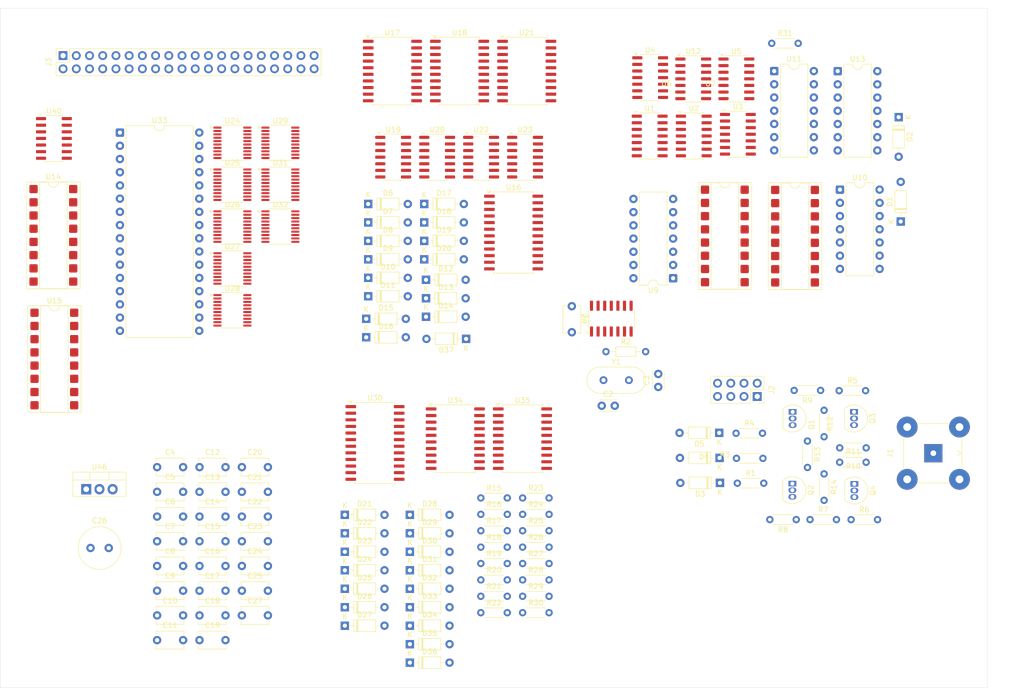
<source format=kicad_pcb>
(kicad_pcb (version 20241229) (generator "pcbnew") (generator_version "9.0")
  (layers (0 "F.Cu" signal) (2 "B.Cu" signal) (13 "F.Paste" user) (15 "B.Paste" user) (5 "F.SilkS" user "F.Silkscreen") (7 "B.SilkS" user "B.Silkscreen") (1 "F.Mask" user) (3 "B.Mask" user) (25 "Edge.Cuts" user))
  (net 0 "")
  (net 1 "GND")
  (net 2 "Net-(C2-Pad1)")
  (net 3 "Net-(C3-Pad1)")
  (net 4 "Net-(R2-Pad1)")
  (net 5 "14mhz_CLK0")
  (net 7 "Net-(U1A-D)")
  (net 8 "bus_writeflag_9thbit")
  (net 9 "Net-(U1A-~{R})")
  (net 10 "readwrite_toggle_flag")
  (net 11 "colorburst_ref_colorwhite")
  (net 12 "Net-(U1B-C)")
  (net 13 "7.1mhz_CLK1")
  (net 14 "Net-(U1B-D)")
  (net 15 "CDL_output_enable")
  (net 16 "_HRESET")
  (net 17 "Net-(U2A-~{R})")
  (net 18 "VRESET")
  (net 19 "Net-(U2B-D)")
  (net 20 "HRESET")
  (net 21 "Net-(D6-A)")
  (net 22 "Net-(U2A-D)")
  (net 23 "HSYNCA")
  (net 24 "_HSYNCB")
  (net 25 "HSYNCB")
  (net 26 "Net-(U3B-C)")
  (net 27 "Net-(D7-A)")
  (net 28 "_HSYNCA")
  (net 29 "Net-(U3A-C)")
  (net 30 "colorburst_delayline")
  (net 31 "_PIXELDRAWEN")
  (net 32 "Net-(U4A-C)")
  (net 33 "V16")
  (net 34 "_VBLANK")
  (net 35 "_VRESET")
  (net 36 "Net-(D8-A)")
  (net 37 "PIXELDRAWEN")
  (net 38 "VBLANK")
  (net 39 "Net-(U5A-C)")
  (net 40 "Net-(D9-A)")
  (net 41 "_CB_DISABLE")
  (net 42 "_CB_ENABLE")
  (net 43 "Net-(U5B-C)")
  (net 44 "CB_DISABLE")
  (net 45 "CB_ENABLE")
  (net 46 "128H")
  (net 48 "512H")
  (net 49 "2H")
  (net 50 "64H")
  (net 51 "256H")
  (net 53 "16H")
  (net 54 "32H")
  (net 55 "1H")
  (net 56 "8H")
  (net 57 "4H")
  (net 58 "512V")
  (net 59 "64V")
  (net 60 "16V")
  (net 61 "128V")
  (net 63 "8V")
  (net 64 "256V")
  (net 65 "1V")
  (net 66 "32V")
  (net 68 "2V")
  (net 69 "4V")
  (net 71 "Net-(U8-Pad11)")
  (net 73 "Net-(U9-Pad10)")
  (net 74 "Net-(U9-Pad3)")
  (net 75 "Net-(U9-Pad4)")
  (net 76 "Net-(D10-A)")
  (net 77 "H8")
  (net 78 "Net-(U10-Pad2)")
  (net 79 "Net-(D11-A)")
  (net 80 "H2")
  (net 81 "Net-(U11-Pad2)")
  (net 82 "H32")
  (net 83 "Net-(U11-Pad10)")
  (net 84 "Net-(D12-A)")
  (net 85 "Net-(D13-A)")
  (net 86 "H64")
  (net 87 "Net-(U12-Pad3)")
  (net 88 "Net-(U12-Pad10)")
  (net 89 "H4")
  (net 90 "H16")
  (net 91 "Net-(D1-K)")
  (net 92 "Net-(D2-K)")
  (net 93 "Net-(D3-K)")
  (net 94 "Net-(D3-A)")
  (net 95 "Net-(D4-K)")
  (net 96 "Net-(D4-A)")
  (net 97 "Net-(D5-K)")
  (net 98 "Net-(D5-A)")
  (net 99 "PIXEL_INPUT_FROM_COLORARRAY")
  (net 100 "Net-(D14-A)")
  (net 101 "Net-(U13-Pad10)")
  (net 102 "int_bustoggle")
  (net 103 "ext_bustoggle")
  (net 104 "Net-(Q1-E)")
  (net 105 "Net-(Q1-B)")
  (net 106 "ampinput")
  (net 107 "Net-(Q2-D)")
  (net 108 "Net-(Q3-D)")
  (net 109 "BIAS_ADJ")
  (net 110 "BRIGHTNESS")
  (net 111 "Net-(Q4-D)")
  (net 112 "Output_Signal_75ohm")
  (net 113 "Net-(D15-A)")
  (net 114 "Net-(D16-A)")
  (net 115 "Net-(D17-A)")
  (net 116 "Net-(D18-A)")
  (net 117 "Net-(D19-A)")
  (net 118 "Net-(D20-A)")
  (net 119 "Net-(D21-A)")
  (net 120 "output_clamp")
  (net 121 "Net-(D22-A)")
  (net 122 "Net-(D23-A)")
  (net 123 "Net-(D24-A)")
  (net 124 "Net-(D25-A)")
  (net 125 "Net-(D26-A)")
  (net 126 "Net-(D27-A)")
  (net 127 "Net-(D28-A)")
  (net 128 "Net-(D29-A)")
  (net 129 "Net-(D30-A)")
  (net 130 "Net-(D31-A)")
  (net 131 "Net-(D32-A)")
  (net 132 "Net-(D33-A)")
  (net 133 "Net-(D34-A)")
  (net 134 "Net-(D35-A)")
  (net 135 "Net-(D36-A)")
  (net 136 "Net-(U34-~Y0)")
  (net 137 "Net-(U34-~Y4)")
  (net 138 "Net-(U35-~Y0)")
  (net 139 "Net-(U35-~Y4)")
  (net 140 "Net-(U34-~Y1)")
  (net 141 "Net-(U34-~Y5)")
  (net 142 "Net-(U35-~Y1)")
  (net 143 "Net-(U35-~Y5)")
  (net 144 "Net-(U34-~Y2)")
  (net 145 "Net-(U34-~Y6)")
  (net 146 "Net-(U35-~Y2)")
  (net 147 "Net-(U35-~Y6)")
  (net 148 "Net-(U34-~Y3)")
  (net 149 "Net-(U34-~Y7)")
  (net 150 "Net-(U35-~Y3)")
  (net 151 "Net-(U35-~Y7)")
  (net 153 "write_ready9thbit")
  (net 154 "m_addr22")
  (net 155 "m_addr21")
  (net 156 "m_addr17")
  (net 157 "m_addr14")
  (net 158 "m_addr15")
  (net 159 "m_addr20")
  (net 160 "m_addr16")
  (net 161 "m_addr13")
  (net 162 "m_addr18")
  (net 163 "m_addr12")
  (net 164 "m_addr19")
  (net 165 "m_addr23")
  (net 166 "colorselect7")
  (net 167 "colorselect11")
  (net 168 "colorselect16")
  (net 169 "colorselect12")
  (net 170 "colorselect14")
  (net 171 "colorselect1")
  (net 172 "colordata_0")
  (net 173 "colorselect6")
  (net 174 "colorselect9")
  (net 175 "colorselect4")
  (net 176 "colorselect2")
  (net 177 "colorselect8")
  (net 178 "colorselect3")
  (net 179 "colorselect15")
  (net 180 "colorselect13")
  (net 181 "colorselect10")
  (net 182 "colordata_3")
  (net 183 "colorselect5")
  (net 184 "colordata_2")
  (net 185 "colordata_1")
  (net 186 "Net-(U17-A1)")
  (net 187 "Net-(U17-A2)")
  (net 188 "Net-(U17-Y7)")
  (net 189 "Net-(U17-A3)")
  (net 190 "Net-(U17-A5)")
  (net 191 "Net-(U17-A7)")
  (net 192 "Net-(U17-A6)")
  (net 193 "Net-(U17-A4)")
  (net 194 "Net-(U18-A4)")
  (net 195 "Net-(U18-A6)")
  (net 196 "Net-(U18-A0)")
  (net 197 "Net-(U18-A2)")
  (net 198 "Net-(U18-A5)")
  (net 199 "Net-(U18-A1)")
  (net 200 "Net-(U18-A3)")
  (net 201 "Net-(U18-Y0)")
  (net 202 "delayline2")
  (net 203 "delayline4")
  (net 204 "delayline3")
  (net 205 "delayline8")
  (net 206 "delayline7")
  (net 207 "delayline6")
  (net 208 "delayline5")
  (net 209 "Net-(U21-A2)")
  (net 210 "Net-(U21-A6)")
  (net 211 "Net-(U21-A3)")
  (net 213 "Net-(U21-A7)")
  (net 214 "Net-(U21-A1)")
  (net 215 "Net-(U21-A5)")
  (net 216 "Net-(U21-A4)")
  (net 217 "delayline9")
  (net 218 "delayline11")
  (net 219 "delayline12")
  (net 220 "delayline10")
  (net 221 "delayline13")
  (net 222 "delayline15")
  (net 223 "delayline14")
  (net 224 "m_addr6")
  (net 225 "m_addr5")
  (net 226 "m_addr1")
  (net 227 "sram1_addr4")
  (net 228 "m_addr4")
  (net 229 "sram1_addr1")
  (net 230 "m_addr3")
  (net 231 "sram1_addr2")
  (net 232 "m_addr8")
  (net 233 "m_addr2")
  (net 234 "sram1_addr5")
  (net 235 "sram1_addr6")
  (net 236 "sram1_addr3")
  (net 237 "sram1_addr7")
  (net 238 "m_addr7")
  (net 239 "sram1_addr8")
  (net 240 "sram1_addr13")
  (net 241 "m_addr9")
  (net 242 "sram1_addr10")
  (net 243 "sram1_addr9")
  (net 244 "m_addr11")
  (net 245 "m_addr10")
  (net 246 "sram1_addr15")
  (net 247 "sram1_addr14")
  (net 248 "sram1_addr12")
  (net 249 "sram1_addr16")
  (net 250 "sram1_addr11")
  (net 254 "sram1_addr0")
  (net 255 "m_addr0")
  (net 267 "bus_addr1")
  (net 268 "bus_addr8")
  (net 269 "bus_addr7")
  (net 270 "bus_addr2")
  (net 271 "bus_addr6")
  (net 272 "bus_addr4")
  (net 273 "bus_addr3")
  (net 274 "bus_addr5")
  (net 275 "bus_addr11")
  (net 276 "bus_addr15")
  (net 277 "bus_addr16")
  (net 278 "bus_addr10")
  (net 279 "bus_addr13")
  (net 280 "bus_addr9")
  (net 281 "bus_addr14")
  (net 282 "bus_addr12")
  (net 283 "bus_addr0")
  (net 296 "colordata_7")
  (net 297 "luminosity_select7")
  (net 298 "luminosity_select14")
  (net 299 "luminosity_select13")
  (net 300 "luminosity_select2")
  (net 301 "luminosity_select15")
  (net 302 "luminosity_select6")
  (net 303 "luminosity_select1")
  (net 304 "luminosity_select9")
  (net 305 "luminosity_select16")
  (net 306 "luminosity_select10")
  (net 307 "colordata_5")
  (net 308 "luminosity_select8")
  (net 309 "colordata_4")
  (net 310 "luminosity_select12")
  (net 311 "luminosity_select5")
  (net 312 "colordata_6")
  (net 313 "luminosity_select4")
  (net 314 "luminosity_select3")
  (net 315 "luminosity_select11")
  (net 316 "bus_data1")
  (net 317 "m1_data4")
  (net 318 "m1_data5")
  (net 319 "m1_data6")
  (net 320 "bus_data0")
  (net 321 "bus_data7")
  (net 322 "m1_data1")
  (net 323 "m1_data3")
  (net 324 "m1_data2")
  (net 325 "m1_data7")
  (net 326 "bus_data3")
  (net 327 "m1_data0")
  (net 328 "bus_data6")
  (net 329 "bus_data5")
  (net 330 "bus_data4")
  (net 331 "bus_data2")
  (net 339 "Net-(U40A-Q)")
  (net 340 "PAGECOUNTER")
  (net 341 "FIELDCOUNTER")
  (net 342 "5vdc")
  (net 343 "inputvoltage")
  (net 344 "Net-(D37-A)")
  (footprint "Connector_PinSocket_2.54mm:PinSocket_2x20_P2.54mm_Vertical" (layer "F.Cu") (at 103.2 33.485 90)
    (property "Reference" "J3")
    (property "Value" "Conn_02x20_Counter_Clockwise")
  )
  (footprint "Diode_THT:D_DO-35_SOD27_P7.62mm_Horizontal" (layer "F.Cu") (at 169.859999 128.860001)
    (property "Reference" "D30")
    (property "Value" "1N4148")
  )
  (footprint "Diode_THT:D_DO-35_SOD27_P7.62mm_Horizontal" (layer "F.Cu") (at 161.459999 87.630001)
    (property "Reference" "D16")
    (property "Value" "1N4148")
  )
  (footprint "Capacitor_THT:C_Disc_D5.1mm_W3.2mm_P5.00mm" (layer "F.Cu") (at 121.269999 145.835001)
    (property "Reference" "C11")
    (property "Value" "C")
  )
  (footprint "Package_SO:SOIC-20W_7.5x12.8mm_P1.27mm" (layer "F.Cu") (at 166.499999 36.450001)
    (property "Reference" "U17")
    (property "Value" "74AHC541")
  )
  (footprint "Resistor_THT:R_Axial_DIN0204_L3.6mm_D1.6mm_P5.08mm_Horizontal" (layer "F.Cu") (at 246.769998 122.665002)
    (property "Reference" "R7")
    (property "Value" "R")
  )
  (footprint "Package_SO:SOIC-20W_7.5x12.8mm_P1.27mm" (layer "F.Cu") (at 191.499999 107.110001)
    (property "Reference" "U35")
    (property "Value" "74HC540D_653")
  )
  (footprint "Capacitor_THT:C_Disc_D5.1mm_W3.2mm_P5.00mm" (layer "F.Cu") (at 137.569999 122.085001)
    (property "Reference" "C22")
    (property "Value" "C")
  )
  (footprint "Diode_THT:D_DO-35_SOD27_P7.62mm_Horizontal" (layer "F.Cu") (at 157.359999 139.510001)
    (property "Reference" "D26")
    (property "Value" "1N4148")
  )
  (footprint "Package_TO_SOT_THT:TO-92_Inline" (layer "F.Cu") (at 243.43 101.965 -90)
    (property "Reference" "Q1")
    (property "Value" "BC327")
  )
  (footprint "Diode_THT:D_DO-35_SOD27_P7.62mm_Horizontal" (layer "F.Cu") (at 157.359999 135.960001)
    (property "Reference" "D25")
    (property "Value" "1N4148")
  )
  (footprint "Diode_THT:D_DO-35_SOD27_P7.62mm_Horizontal" (layer "F.Cu") (at 229.384999 110.815 180)
    (property "Reference" "D4")
    (property "Value" "1N4448")
  )
  (footprint "Resistor_THT:R_Axial_DIN0204_L3.6mm_D1.6mm_P5.08mm_Horizontal" (layer "F.Cu") (at 191.529999 124.810001)
    (property "Reference" "R25")
    (property "Value" "R")
  )
  (footprint "Package_DIP:DIP-14_W7.62mm" (layer "F.Cu") (at 252.5225 59.245)
    (property "Reference" "U10")
    (property "Value" "4081")
  )
  (footprint "Resistor_THT:R_Axial_DIN0204_L3.6mm_D1.6mm_P7.62mm_Horizontal" (layer "F.Cu") (at 207.552501 90.385001)
    (property "Reference" "R2")
    (property "Value" "680")
  )
  (footprint "Resistor_THT:R_Axial_DIN0204_L3.6mm_D1.6mm_P5.08mm_Horizontal" (layer "F.Cu") (at 183.499999 137.410001)
    (property "Reference" "R21")
    (property "Value" "R")
  )
  (footprint "Capacitor_THT:C_Disc_D5.1mm_W3.2mm_P5.00mm" (layer "F.Cu") (at 129.419999 122.085001)
    (property "Reference" "C14")
    (property "Value" "C")
  )
  (footprint "Package_SO:SOIC-14_3.9x8.7mm_P1.27mm" (layer "F.Cu") (at 166.649999 53.005001)
    (property "Reference" "U19")
    (property "Value" "74HC02")
  )
  (footprint "Diode_THT:D_DO-35_SOD27_P7.62mm_Horizontal" (layer "F.Cu") (at 169.859999 121.760001)
    (property "Reference" "D28")
    (property "Value" "1N4148")
  )
  (footprint "Diode_THT:D_DO-35_SOD27_P7.62mm_Horizontal" (layer "F.Cu") (at 263.8075 45.3075 -90)
    (property "Reference" "D2")
    (property "Value" "1N4448")
  )
  (footprint "Resistor_THT:R_Axial_DIN0204_L3.6mm_D1.6mm_P5.08mm_Horizontal" (layer "F.Cu") (at 191.529999 118.510001)
    (property "Reference" "R23")
    (property "Value" "R")
  )
  (footprint "Connector_PinSocket_2.54mm:PinSocket_2x04_P2.54mm_Vertical" (layer "F.Cu") (at 236.62 99 -90)
    (property "Reference" "J2")
    (property "Value" "Conn_02x04_Counter_Clockwise")
  )
  (footprint "Resistor_THT:R_Axial_DIN0204_L3.6mm_D1.6mm_P5.08mm_Horizontal" (layer "F.Cu") (at 254.665 122.675)
    (property "Reference" "R6")
    (property "Value" "R")
  )
  (footprint "Capacitor_THT:C_Disc_D5.1mm_W3.2mm_P5.00mm" (layer "F.Cu") (at 129.419999 141.085001)
    (property "Reference" "C18")
    (property "Value" "C")
  )
  (footprint "Package_DIP:DIP-14_W7.62mm" (layer "F.Cu") (at 252.0925 36.4725)
    (property "Reference" "U13")
    (property "Value" "4081")
  )
  (footprint "Resistor_THT:R_Axial_DIN0204_L3.6mm_D1.6mm_P5.08mm_Horizontal" (layer "F.Cu") (at 191.529999 137.410001)
    (property "Reference" "R29")
    (property "Value" "R")
  )
  (footprint "Package_SO:SSOP-20_4.4x6.5mm_P0.65mm" (layer "F.Cu") (at 135.744999 66.350001)
    (property "Reference" "U26")
    (property "Value" "74HC244")
  )
  (footprint "Package_DIP:DIP-16_W7.62mm_SMDSocket_SmallPads" (layer "F.Cu") (at 101.519999 91.800001)
    (property "Reference" "U15")
    (property "Value" "4040")
  )
  (footprint "Package_TO_SOT_THT:TO-92_Inline" (layer "F.Cu") (at 255.235 101.959998 -90)
    (property "Reference" "Q3")
    (property "Value" "2N7000")
  )
  (footprint "Resistor_THT:R_Axial_DIN0204_L3.6mm_D1.6mm_P5.08mm_Horizontal" (layer "F.Cu") (at 257.559999 108.88 180)
    (property "Reference" "R11")
    (property "Value" "R")
  )
  (footprint "Capacitor_THT:C_Disc_D5.1mm_W3.2mm_P5.00mm" (layer "F.Cu") (at 137.569999 126.835001)
    (property "Reference" "C23")
    (property "Value" "C")
  )
  (footprint "Package_SO:SO-14_3.9x8.65mm_P1.27mm" (layer "F.Cu") (at 224.3275 37.95)
    (property "Reference" "U12")
    (property "Value" "4081")
  )
  (footprint "Package_SO:SOIC-24W_7.5x15.4mm_P1.27mm" (layer "F.Cu") (at 189.799999 67.490001)
    (property "Reference" "U16")
    (property "Value" "74154")
  )
  (footprint "Package_SO:SOIC-14_3.9x8.7mm_P1.27mm" (layer "F.Cu") (at 183.549999 53.005001)
    (property "Reference" "U22")
    (property "Value" "74HC02")
  )
  (footprint "Resistor_THT:R_Axial_DIN0204_L3.6mm_D1.6mm_P5.08mm_Horizontal" (layer "F.Cu") (at 191.529999 131.110001)
    (property "Reference" "R27")
    (property "Value" "R")
  )
  (footprint "Package_SO:SO-14_3.9x8.65mm_P1.27mm" (layer "F.Cu") (at 232.6125 37.95)
    (property "Reference" "U5")
    (property "Value" "74HCT74")
  )
  (footprint "Package_DIP:DIP-16_W7.62mm_SMDSocket_SmallPads" (layer "F.Cu") (at 243.8875 68.195)
    (property "Reference" "U7")
    (property "Value" "4040")
  )
  (footprint "Capacitor_THT:C_Disc_D5.1mm_W3.2mm_P5.00mm" (layer "F.Cu") (at 121.269999 131.585001)
    (property "Reference" "C8")
    (property "Value" "C")
  )
  (footprint "Diode_THT:D_DO-35_SOD27_P7.62mm_Horizontal" (layer "F.Cu") (at 169.859999 150.160001)
    (property "Reference" "D36")
    (property "Value" "1N4148")
  )
  (footprint "Diode_THT:D_DO-35_SOD27_P7.62mm_Horizontal" (layer "F.Cu") (at 157.359999 121.760001)
    (property "Reference" "D21")
    (property "Value" "1N4148")
  )
  (footprint "Package_SO:SOIC-14_3.9x8.7mm_P1.27mm" (layer "F.Cu") (at 175.099999 53.005001)
    (property "Reference" "U20")
    (property "Value" "74HC02")
  )
  (footprint "Package_SO:SOIC-20W_7.5x12.8mm_P1.27mm" (layer "F.Cu") (at 178.589999 107.110001)
    (property "Reference" "U34")
    (property "Value" "74HC540D_653")
  )
  (footprint "Package_SO:SO-14_3.9x8.65mm_P1.27mm" (layer "F.Cu") (at 101.439999 49.405001)
    (property "Reference" "U40")
    (property "Value" "74HCT74")
  )
  (footprint "Diode_THT:D_DO-35_SOD27_P7.62mm_Horizontal" (layer "F.Cu") (at 172.609999 72.655001)
    (property "Reference" "D20")
    (property "Value" "1N4148")
  )
  (footprint "Resistor_THT:R_Axial_DIN0204_L3.6mm_D1.6mm_P5.08mm_Horizontal" (layer "F.Cu") (at 183.499999 118.510001)
    (property "Reference" "R15")
    (property "Value" "R")
  )
  (footprint "Capacitor_THT:C_Disc_D5.1mm_W3.2mm_P5.00mm" (layer "F.Cu") (at 121.269999 136.335001)
    (property "Reference" "C9")
    (property "Value" "C")
  )
  (footprint "Capacitor_THT:C_Disc_D5.1mm_W3.2mm_P5.00mm" (layer "F.Cu") (at 129.419999 136.335001)
    (property "Reference" "C17")
    (property "Value" "C")
  )
  (footprint "Resistor_THT:R_Axial_DIN0204_L3.6mm_D1.6mm_P5.08mm_Horizontal" (layer "F.Cu") (at 191.529999 134.260001)
    (property "Reference" "R28")
    (property "Value" "R")
  )
  (footprint "Capacitor_THT:C_Disc_D5.1mm_W3.2mm_P5.00mm" (layer "F.Cu") (at 137.569999 136.335001)
    (property "Reference" "C25")
    (property "Value" "C")
  )
  (footprint "Resistor_THT:R_Axial_DIN0204_L3.6mm_D1.6mm_P5.08mm_Horizontal" (layer "F.Cu") (at 191.529999 127.960001)
    (property "Reference" "R26")
    (property "Value" "R")
  )
  (footprint "Resistor_THT:R_Axial_DIN0204_L3.6mm_D1.6mm_P5.08mm_Horizontal" (layer "F.Cu") (at 239.415 31.125)
    (property "Reference" "R31")
    (property "Value" "50R")
  )
  (footprint "Diode_THT:D_DO-35_SOD27_P7.62mm_Horizontal" (layer "F.Cu") (at 157.359999 128.860001)
    (property "Reference" "D23")
    (property "Value" "1N4148")
  )
  (footprint "Resistor_THT:R_Axial_DIN0204_L3.6mm_D1.6mm_P5.08mm_Horizontal" (layer "F.Cu") (at 246.28 107.57 -90)
    (property "Reference" "R13")
    (property "Value" "R")
  )
  (footprint "Capacitor_THT:C_Disc_D5.1mm_W3.2mm_P5.00mm" (layer "F.Cu") (at 137.569999 117.335001)
    (property "Reference" "C21")
    (property "Value" "C")
  )
  (footprint "Package_SO:SOIC-20W_7.5x12.8mm_P1.27mm" (layer "F.Cu") (at 192.319999 36.450001)
    (property "Reference" "U21")
    (property "Value" "74AHC541")
  )
  (footprint "Package_SO:SO-14_3.9x8.65mm_P1.27mm" (layer "F.Cu") (at 216.0425 37.715)
    (property "Reference" "U4")
    (property "Value" "74HCT74")
  )
  (footprint "Package_DIP:DIP-16_W7.62mm_SMDSocket_SmallPads" (layer "F.Cu") (at 101.334999 68.030001)
    (property "Reference" "U14")
    (property "Value" "4040")
  )
  (footprint "Resistor_THT:R_Axial_DIN0204_L3.6mm_D1.6mm_P5.08mm_Horizontal" (layer "F.Cu") (at 183.499999 134.260001)
    (property "Reference" "R20")
    (property "Value" "R")
  )
  (footprint "Resistor_THT:R_Axial_DIN0204_L3.6mm_D1.6mm_P5.08mm_Horizontal" (layer "F.Cu") (at 191.529999 121.660001)
    (property "Reference" "R24")
    (property "Value" "R")
  )
  (footprint "Diode_THT:D_DO-35_SOD27_P7.62mm_Horizontal" (layer "F.Cu") (at 161.839999 76.205001)
    (property "Reference" "D10")
    (property "Value" "1N4148")
  )
  (footprint "Diode_THT:D_DO-35_SOD27_P7.62mm_Horizontal" (layer "F.Cu") (at 169.859999 135.960001)
    (property "Reference" "D32")
    (property "Value" "1N4148")
  )
  (footprint "Resistor_THT:R_Axial_DIN0204_L3.6mm_D1.6mm_P5.08mm_Horizontal" (layer "F.Cu") (at 248.8 97.84 180)
    (property "Reference" "R9")
    (property "Value" "R")
  )
  (footprint "Resistor_THT:R_Axial_DIN0204_L3.6mm_D1.6mm_P5.08mm_Horizontal" (layer "F.Cu") (at 191.529999 140.560001)
    (property "Reference" "R30")
    (property "Value" "R")
  )
  (footprint "Resistor_THT:R_Axial_DIN0204_L3.6mm_D1.6mm_P5.08mm_Horizontal" (layer "F.Cu") (at 252.469998 111.645001)
    (property "Reference" "R10")
    (property "Value" "R")
  )
  (footprint "Resistor_THT:R_Axial_DIN0204_L3.6mm_D1.6mm_P5.08mm_Horizontal" (layer "F.Cu") (at 183.499999 127.960001)
    (property "Reference" "R18")
    (property "Value" "R")
  )
  (footprint "Diode_THT:D_DO-35_SOD27_P7.62mm_Horizontal" (layer "F.Cu") (at 172.959999 83.680001)
    (property "Reference" "D14")
    (property "Value" "1N4148")
  )
  (footprint "Resistor_THT:R_Axial_DIN0204_L3.6mm_D1.6mm_P5.08mm_Horizontal" (layer "F.Cu") (at 252.370002 97.884998)
    (property "Reference" "R5")
    (property "Value" "R")
  )
  (footprint "Diode_THT:D_DO-35_SOD27_P7.62mm_Horizontal" (layer "F.Cu") (at 180.664999 87.935001 180)
    (property "Reference" "D37")
    (property "Value" "1N4148")
  )
  (footprint "Diode_THT:D_DO-35_SOD27_P7.62mm_Horizontal" (layer "F.Cu") (at 264.2025 65.375 90)
    (property "Reference" "D1")
    (property "Value" "1N4448")
  )
  (footprint "Resistor_THT:R_Axial_DIN0204_L3.6mm_D1.6mm_P5.08mm_Horizontal" (layer "F.Cu") (at 244.125 122.665 180)
    (property "Reference" "R8")
    (property "Value" "R")
  )
  (footprint "Diode_THT:D_DO-35_SOD27_P7.62mm_Horizontal" (layer "F.Cu") (at 169.859999 143.060001)
    (property "Reference" "D34")
    (property "Value" "1N4148")
  )
  (footprint "Package_SO:SO-14_3.9x8.65mm_P1.27mm" (layer "F.Cu") (at 232.9025 48.6025)
    (property "Reference" "U3")
    (property "Value" "74HCT74")
  )
  (footprint "Connector_Coaxial:BNC_TEConnectivity_1478035_Horizontal" (layer "F.Cu") (at 270.475 109.905 -90)
    (property "Reference" "J1")
    (property "Value" "Conn_Coaxial")
  )
  (footprint "Resistor_THT:R_Axial_DIN0204_L3.6mm_D1.6mm_P5.08mm_Horizontal" (layer "F.Cu") (at 232.8 115.675)
    (property "Reference" "R1")
    (property "Value" "R")
  )
  (footprint "Capacitor_THT:C_Disc_D5.1mm_W3.2mm_P5.00mm" (layer "F.Cu") (at 129.419999 117.335001)
    (property "Reference" "C13")
    (property "Value" "C")
  )
  (footprint "Resistor_THT:R_Axial_DIN0204_L3.6mm_D1.6mm_P5.08mm_Horizontal" (layer "F.Cu") (at 183.499999 124.810001)
    (property "Reference" "R17")
    (property "Value" "R")
  )
  (footprint "Capacitor_THT:C_Disc_D5.1mm_W3.2mm_P5.00mm" (layer "F.Cu") (at 121.269999 117.335001)
    (property "Reference" "C5")
    (property "Value" "C")
  )
  (footprint "Capacitor_THT:C_Disc_D5.1mm_W3.2mm_P5.00mm" (layer "F.Cu") (at 121.269999 112.585001)
    (property "Reference" "C4")
    (property "Value" "C")
  )
  (footprint "Diode_THT:D_DO-35_SOD27_P7.62mm_Horizontal" (layer "F.Cu") (at 161.839999 79.755001)
    (property "Reference" "D11")
    (property "Value" "1N4148")
  )
  (footprint "Capacitor_THT:C_Disc_D5.1mm_W3.2mm_P5.00mm" (layer "F.Cu") (at 200.989999 81.655 -90)
    (property "Reference" "C1")
    (property "Value" "C")
  )
  (footprint "Diode_THT:D_DO-35_SOD27_P7.62mm_Horizontal" (layer "F.Cu") (at 229.46 115.615 180)
    (property "Reference" "D3")
    (property "Value" "1N4448")
  )
  (footprint "Package_SO:SO-14_3.9x8.65mm_P1.27mm" (layer "F.Cu") (at 215.9475 48.935)
    (property "Reference" "U1")
    (property "Value" "74HCT74")
  )
  (footprint "Diode_THT:D_DO-35_SOD27_P7.62mm_Horizontal" (layer "F.Cu") (at 172.609999 69.105001)
    (property "Reference" "D19")
    (property "Value" "1N4148")
  )
  (footprint "Package_DIP:DIP-16_W7.62mm_SMDSocket_SmallPads" (layer "F.Cu") (at 230.3975 68.15)
    (property "Reference" "U6")
    (property "Value" "4040")
  )
  (footprint "Package_TO_SOT_THT:TO-92_Inline" (layer "F.Cu") (at 243.374998 115.75 -90)
    (property "Reference" "Q2")
    (property "Value" "2N7000")
  )
  (footprint "Capacitor_THT:C_Radial_D8.0mm_H7.0mm_P3.50mm" (layer "F.Cu") (at 108.475 128.125)
    (property "Reference" "C26")
    (property "Value" "C")
  )
  (footprint "Capacitor_THT:C_Disc_D5.1mm_W3.2mm_P5.00mm" (layer "F.Cu") (at 129.419999 126.835001)
    (property "Reference" "C15")
    (property "Value" "C")
  )
  (footprint "Diode_THT:D_DO-35_SOD27_P7.62mm_Horizontal" (layer "F.Cu") (at 161.839999 65.555001)
    (property "Reference" "D7")
    (property "Value" "1N4148")
  )
  (footprint "Resistor_THT:R_Axial_DIN0204_L3.6mm_D1.6mm_P5.08mm_Horizontal" (layer "F.Cu") (at 232.635 110.9)
    (property "Reference" "R3")
    (property "Value" "R")
  )
  (footprint "Package_SO:SSOP-20_4.4x6.5mm_P0.65mm" (layer "F.Cu") (at 135.744999 50.250001)
    (property "Reference" "U24")
    (property "Value" "74HC244")
  )
  (footprint "Package_DIP:DIP-14_W7.62mm" (layer "F.Cu") (at 220.452498 76.275001 180)
    (property "Reference" "U9")
    (property "Value" "4081")
  )
  (footprint "Diode_THT:D_DO-35_SOD27_P7.62mm_Horizontal" (layer "F.Cu") (at 169.859999 146.610001)
    (property "Reference" "D35")
    (property "Value" "1N4148")
  )
  (footprint "Capacitor_THT:C_Disc_D5.1mm_W3.2mm_P5.00mm" (layer "F.Cu") (at 129.419999 131.585001)
    (property "Reference" "C16")
    (property "Value" "C")
  )
  (footprint "Package_SO:SOIC-24W_7.5x15.4mm_P1.27mm" (layer "F.Cu") (at 163.149999 107.935001)
    (property "Reference" "U30")
    (property "Value" "74154")
  )
  (footprint "Diode_THT:D_DO-35_SOD27_P7.62mm_Horizontal" (layer "F.Cu") (at 169.859999 125.310001)
    (property "Reference" "D29")
    (property "Value" "1N4148")
  )
  (footprint "Diode_THT:D_DO-35_SOD27_P7.62mm_Horizontal" (layer "F.Cu") (at 172.609999 65.555001)
    (property "Reference" "D18")
    (property "Value" "1N4148")
  )
  (footprint "Package_SO:SOIC-14_3.9x8.7mm_P1.27mm" (layer "F.Cu") (at 191.999999 53.005001)
    (property "Reference" "U23")
    (property "Value" "74HC02")
  )
  (footprint "Capacitor_THT:C_Disc_D5.1mm_W3.2mm_P5.00mm" (layer "F.Cu") (at 129.419999 145.835001)
    (property "Reference" "C19")
    (property "Value" "C")
  )
  (footprint "Resistor_THT:R_Axial_DIN0204_L3.6mm_D1.6mm_P5.08mm_Horizontal" (layer "F.Cu") (at 249.47 113.885 -90)
    (property "Reference" "R14")
    (property "Value" "R")
  )
  (footprint "Diode_THT:D_DO-35_SOD27_P7.62mm_Horizontal" (layer "F.Cu") (at 157.359999 143.060001)
    (property "Reference" "D27")
    (property "Value" "1N4148")
  )
  (footprint "Resistor_THT:R_Axial_DIN0204_L3.6mm_D1.6mm_P5.08mm_Horizontal" (layer "F.Cu") (at 183.499999 140.560001)
    (property "Reference" "R22")
    (property "Value" "R")
  )
  (footprint "Resistor_THT:R_Axial_DIN0204_L3.6mm_D1.6mm_P5.08mm_Horizontal" (layer "F.Cu") (at 183.499999 121.660001)
    (property "Reference" "R16")
    (property "Value" "R")
  )
  (footprint "Package_SO:SO-14_3.9x8.65mm_P1.27mm" (layer "F.Cu") (at 224.425 48.935)
    (property "Reference" "U2")
    (property "Value" "74HCT74")
  )
  (footprint "Diode_THT:D_DO-35_SOD27_P7.62mm_Horizontal" (layer "F.Cu") (at 161.839999 72.655001)
    (property "Reference" "D9")
    (property "Value" "1N4148")
  )
  (footprint "Resistor_THT:R_Axial_DIN0204_L3.6mm_D1.6mm_P5.08mm_Horizontal" (layer "F.Cu") (at 183.499999 131.110001)
    (property "Reference" "R19")
    (property "Value" "R")
  )
  (footprint "Diode_THT:D_DO-35_SOD27_P7.62mm_Horizontal" (layer "F.Cu") (at 172.959999 80.130001)
    (property "Reference" "D13")
    (property "Value" "1N4148")
  )
  (footprint "Diode_THT:D_DO-35_SOD27_P7.62mm_Horizontal" (layer "F.Cu") (at 172.959999 76.580001)
    (property "Reference" "D12")
    (property "Value" "1N4148")
  )
  (footprint "Resistor_THT:R_Axial_DIN0204_L3.6mm_D1.6mm_P5.08mm_Horizontal" (layer "F.Cu") (at 232.555 106.07)
    (property "Reference" "R4")
    (property "Value" "R")
  )
  (footprint "Capacitor_THT:C_Disc_D5.1mm_W3.2mm_P5.00mm" (layer "F.Cu") (at 121.269999 122.085001)
    (property "Reference" "C6")
    (property "Value" "C")
  )
  (footprint "Package_TO_SOT_THT:TO-220-3_Vertical" (layer "F.Cu") (at 107.65 116.825)
    (property "Reference" "U46")
    (property "Value" "LM7805_TO220")
  )
  (footprint "Package_SO:SOIC-14_3.9x8.7mm_P1.27mm" (layer "F.Cu") (at 208.5725 84.04 90)
    (property "Reference" "U8")
    (property "Value" "74HC7014")
  )
  (footprint "Diode_THT:D_DO-35_SOD27_P7.62mm_Horizontal" (layer "F.Cu") (at 157.359999 132.410001)
    (property "Reference" "D24")
    (property "Value" "1N4148")
  )
  (footprint "Capacitor_THT:C_Disc_D5.1mm_W3.2mm_P5.00mm" (layer "F.Cu") (at 137.569999 131.585001)
    (property "Reference" "C24")
    (property "Value" "C")
  )
  (footprint "Diode_THT:D_DO-35_SOD27_P7.62mm_Horizontal" (layer "F.Cu") (at 169.859999 139.510001)
    (property "Reference" "D33")
    (property "Value" "1N4148")
  )
  (footprint "Capacitor_THT:C_Disc_D5.1mm_W3.2mm_P5.00mm" (layer "F.Cu") (at 137.569999 141.085001)
    (property "Reference" "C27")
    (property "Value" "C")
  )
  (footprint "Capacitor_THT:C_Disc_D5.1mm_W3.2mm_P5.00mm" (layer "F.Cu") (at 137.569999 112.585001)
    (property "Reference" "C20")
    (property "Value" "C")
  )
  (footprint "Package_DIP:DIP-14_W7.62mm" (layer "F.Cu") (at 239.8875 36.4575)
    (property "Reference" "U11")
    (property "Value" "4081")
  )
  (footprint "Diode_THT:D_DO-35_SOD27_P7.62mm_Horizontal" (layer "F.Cu") (at 161.839999 62.005001)
    (property "Reference" "D6")
    (property "Value" "1N4148")
  )
  (footprint "Capacitor_THT:C_Disc_D3.0mm_W2.0mm_P2.50mm" (layer "F.Cu") (at 206.737502 100.785001)
    (property "Reference" "C2")
    (property "Value" "10pF")
  )
  (footprint "Package_TO_SOT_THT:TO-92_Inline" (layer "F.Cu") (at 255.289999 115.805 -90)
    (property "Reference" "Q4")
    (property "Value" "2N7000")
  )
  (footprint "Diode_THT:D_DO-35_SOD27_P7.62mm_Horizontal" (layer "F.Cu") (at 161.459999 84.080001)
    (property "Reference" "D15")
    (property "Value" "1N4148")
  )
  (footprint "Diode_THT:D_DO-35_SOD27_P7.62mm_Horizontal" (layer "F.Cu") (at 172.609999 62.005001)
    (property "Reference" "D17")
    (property "Value" "1N4148")
  )
  (footprint "Capacitor_THT:C_Disc_D5.1mm_W3.2mm_P5.00mm" (layer "F.Cu") (at 129.419999 112.585001)
    (property "Reference" "C12")
    (property "Value" "C")
  )
  (footprint "Package_SO:SOIC-20W_7.5x12.8mm_P1.27mm" (layer "F.Cu") (at 179.409999 36.450001)
    (property "Reference" "U18")
    (property "Value" "74AHC541")
  )
  (footprint "Package_SO:SSOP-20_4.4x6.5mm_P0.65mm" (layer "F.Cu") (at 135.744999 74.400001)
    (property "Reference" "U27")
    (property "Value" "74HC244")
  )
  (footprint "Crystal:Crystal_HC49-U_Vertical" (layer "F.Cu") (at 207.077501 95.870001)
    (property "Reference" "Y1")
    (property "Value" "Crystal")
  )
  (footprint "Resistor_THT:R_Axial_DIN0204_L3.6mm_D1.6mm_P5.08mm_Horizontal" (layer "F.Cu") (at 249.469999 101.659998 -90)
    (property "Reference" "R12")
    (property "Value" "R")
  )
  (footprint "Package_SO:SSOP-20_4.4x6.5mm_P0.65mm" (layer "F.Cu") (at 135.744999 58.300001)
    (property "Reference" "U25")
    (property "Value" "74HC244")
  )
  (footprint "Package_SO:SSOP-20_4.4x6.5mm_P0.65mm" (layer "F.Cu") (at 144.969999 58.300001)
    (property "Reference" "U31")
    (property "Value" "74HC244")
  )
  (footprint "Capacitor_THT:C_Disc_D5.1mm_W3.2mm_P5.00mm" (layer "F.Cu") (at 121.269999 141.085001)
    (property "Reference" "C10")
    (property "Value" "C")
  )
  (footprint "Diode_THT:D_DO-35_SOD27_P7.62mm_Horizontal" (layer "F.Cu") (at 161.839999 69.105001)
    (property "Reference" "D8")
    (property "Value" "1N4148")
  )
  (footprint "Capacitor_THT:C_Disc_D3.0mm_W2.0mm_P2.50mm" (layer "F.Cu") (at 217.602502 97.175001 90)
    (property "Reference" "C3")
    (property "Value" "10pF")
  )
  (footprint "Diode_THT:D_DO-35_SOD27_P7.62mm_Horizontal" (layer "F.Cu") (at 169.859999 132.410001)
    (property "Reference" "D31")
    (property "Value" "1N4148")
  )
  (footprint "Diode_THT:D_DO-35_SOD27_P7.62mm_Horizontal" (layer "F.Cu") (at 157.359999 125.310001)
    (property "Reference" "D22")
    (property "Value" "1N4148")
  )
  (footprint "Package_DIP:DIP-32_W15.24mm" (layer "F.Cu") (at 114.129999 48.280001)
    (property "Reference" "U33")
    (property "Value" "HM628128ALFP-5")
  )
  (footprint "Package_SO:SSOP-20_4.4x6.5mm_P0.65mm" (layer "F.Cu") (at 135.744999 82.450001)
    (property "Reference" "U28")
    (property "Value" "74HC244")
  )
  (footprint "Package_SO:SSOP-20_4.4x6.5mm_P0.65mm" (layer "F.Cu") (at 144.969999 50.250001)
    (property "Reference" "U29")
    (property "Value" "74HC244")
  )
  (footprint "Capacitor_THT:C_Disc_D5.1mm_W3.2mm_P5.00mm" (layer "F.Cu") (at 121.269999 126.835001)
    (property "Reference" "C7")
    (property "Value" "C")
  )
  (footprint "Package_SO:SSOP-20_4.4x6.5mm_P0.65mm" (layer "F.Cu") (at 144.969999 66.350001)
    (property "Reference" "U32")
    (property "Value" "74HC244")
  )
  (footprint "Diode_THT:D_DO-35_SOD27_P7.62mm_Horizontal" (layer "F.Cu") (at 229.309999 106 180)
    (property "Reference" "D5")
    (property "Value" "1N4448")
  )
  (gr_rect (start 91.1 24.365) (end 280.895 155) (stroke (width 0.05)) (fill no) (layer "Edge.Cuts"))
)
</source>
